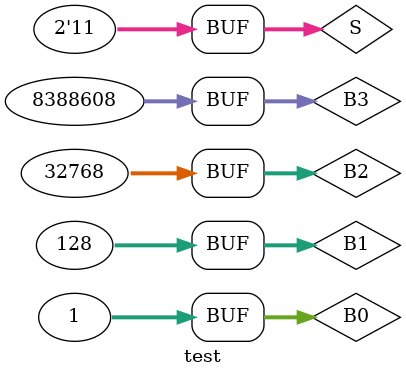
<source format=v>
module Mux_B (output reg [31:0] Out_B, input [31:0] In_B0, In_B1, In_B2, In_B3, input [1:0] S_B);
    always @ (S_B)
    begin
        case (S_B)
        2'b00:  Out_B = In_B0;
        2'b01:  Out_B = In_B1;
        2'b10:  Out_B = In_B2;
        2'b11:  Out_B = In_B3;
        endcase
    end
endmodule

module test;
    reg [31:0] B0, B1, B2, B3;
    reg [1:0] S;
    wire [31:0] Y;
    Mux_B multiplexer (Y, B0, B1, B2, B3, S);
    initial begin
        B0 = 32'b00000000000000000000000000000001;
        B1 = 32'b00000000000000000000000010000000;
        B2 = 32'b00000000000000001000000000000000;
        B3 = 32'b00000000100000000000000000000000;
        S = 2'b11;
    end
    initial begin
        $display (" S   Y ");
        $monitor (" %b %d ", S, Y);
    end
endmodule
</source>
